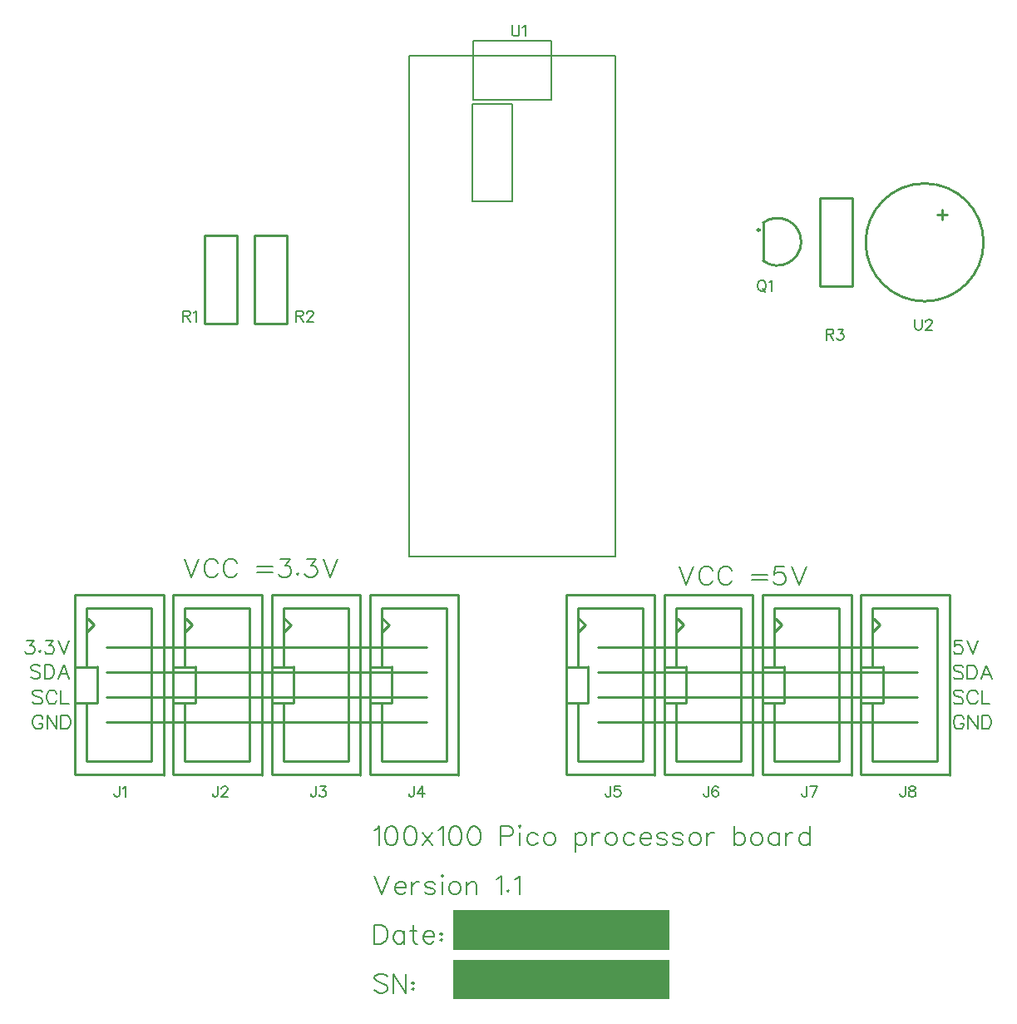
<source format=gto>
G04 Layer: TopSilkscreenLayer*
G04 EasyEDA v6.5.20, 2023-09-04 03:46:31*
G04 a67cddfb3fce44daa9051d46cbbcc19f,10*
G04 Gerber Generator version 0.2*
G04 Scale: 100 percent, Rotated: No, Reflected: No *
G04 Dimensions in millimeters *
G04 leading zeros omitted , absolute positions ,4 integer and 5 decimal *
%FSLAX45Y45*%
%MOMM*%

%ADD10C,0.2032*%
%ADD11C,0.1524*%
%ADD12C,0.2500*%
%ADD13C,0.2540*%
%ADD14C,0.1270*%
%ADD15C,0.0149*%

%LPD*%
D10*
X3729306Y527344D02*
G01*
X3710833Y545818D01*
X3683124Y555053D01*
X3646180Y555053D01*
X3618471Y545818D01*
X3599997Y527344D01*
X3599997Y508871D01*
X3609233Y490400D01*
X3618471Y481162D01*
X3636942Y471926D01*
X3692362Y453453D01*
X3710833Y444218D01*
X3720071Y434982D01*
X3729306Y416509D01*
X3729306Y388800D01*
X3710833Y370326D01*
X3683124Y361091D01*
X3646180Y361091D01*
X3618471Y370326D01*
X3599997Y388800D01*
X3790266Y555053D02*
G01*
X3790266Y361091D01*
X3790266Y555053D02*
G01*
X3919575Y361091D01*
X3919575Y555053D02*
G01*
X3919575Y361091D01*
X3989773Y471926D02*
G01*
X3980535Y462691D01*
X3989773Y453453D01*
X3999009Y462691D01*
X3989773Y471926D01*
X3989773Y407271D02*
G01*
X3980535Y398035D01*
X3989773Y388800D01*
X3999009Y398035D01*
X3989773Y407271D01*
X3599997Y1055052D02*
G01*
X3599997Y861090D01*
X3599997Y1055052D02*
G01*
X3664653Y1055052D01*
X3692362Y1045817D01*
X3710833Y1027343D01*
X3720071Y1008870D01*
X3729306Y981161D01*
X3729306Y934981D01*
X3720071Y907270D01*
X3710833Y888799D01*
X3692362Y870325D01*
X3664653Y861090D01*
X3599997Y861090D01*
X3901102Y990399D02*
G01*
X3901102Y861090D01*
X3901102Y962690D02*
G01*
X3882631Y981161D01*
X3864157Y990399D01*
X3836449Y990399D01*
X3817975Y981161D01*
X3799502Y962690D01*
X3790266Y934981D01*
X3790266Y916508D01*
X3799502Y888799D01*
X3817975Y870325D01*
X3836449Y861090D01*
X3864157Y861090D01*
X3882631Y870325D01*
X3901102Y888799D01*
X3989773Y1055052D02*
G01*
X3989773Y898034D01*
X3999009Y870325D01*
X4017482Y861090D01*
X4035953Y861090D01*
X3962062Y990399D02*
G01*
X4026717Y990399D01*
X4096913Y934981D02*
G01*
X4207751Y934981D01*
X4207751Y953452D01*
X4198513Y971925D01*
X4189277Y981161D01*
X4170804Y990399D01*
X4143095Y990399D01*
X4124622Y981161D01*
X4106151Y962690D01*
X4096913Y934981D01*
X4096913Y916508D01*
X4106151Y888799D01*
X4124622Y870325D01*
X4143095Y861090D01*
X4170804Y861090D01*
X4189277Y870325D01*
X4207751Y888799D01*
X4277946Y971925D02*
G01*
X4268711Y962690D01*
X4277946Y953452D01*
X4287182Y962690D01*
X4277946Y971925D01*
X4277946Y907270D02*
G01*
X4268711Y898034D01*
X4277946Y888799D01*
X4287182Y898034D01*
X4277946Y907270D01*
X3599941Y1554987D02*
G01*
X3673856Y1361186D01*
X3747770Y1554987D02*
G01*
X3673856Y1361186D01*
X3808729Y1434845D02*
G01*
X3919474Y1434845D01*
X3919474Y1453387D01*
X3910329Y1471929D01*
X3901186Y1481073D01*
X3882643Y1490471D01*
X3854958Y1490471D01*
X3836415Y1481073D01*
X3817874Y1462786D01*
X3808729Y1434845D01*
X3808729Y1416557D01*
X3817874Y1388871D01*
X3836415Y1370329D01*
X3854958Y1361186D01*
X3882643Y1361186D01*
X3901186Y1370329D01*
X3919474Y1388871D01*
X3980434Y1490471D02*
G01*
X3980434Y1361186D01*
X3980434Y1434845D02*
G01*
X3989831Y1462786D01*
X4008120Y1481073D01*
X4026661Y1490471D01*
X4054347Y1490471D01*
X4216908Y1462786D02*
G01*
X4207763Y1481073D01*
X4180077Y1490471D01*
X4152391Y1490471D01*
X4124706Y1481073D01*
X4115308Y1462786D01*
X4124706Y1444244D01*
X4142993Y1434845D01*
X4189222Y1425702D01*
X4207763Y1416557D01*
X4216908Y1398015D01*
X4216908Y1388871D01*
X4207763Y1370329D01*
X4180077Y1361186D01*
X4152391Y1361186D01*
X4124706Y1370329D01*
X4115308Y1388871D01*
X4277868Y1554987D02*
G01*
X4287265Y1545844D01*
X4296409Y1554987D01*
X4287265Y1564386D01*
X4277868Y1554987D01*
X4287265Y1490471D02*
G01*
X4287265Y1361186D01*
X4403597Y1490471D02*
G01*
X4385056Y1481073D01*
X4366513Y1462786D01*
X4357370Y1434845D01*
X4357370Y1416557D01*
X4366513Y1388871D01*
X4385056Y1370329D01*
X4403597Y1361186D01*
X4431284Y1361186D01*
X4449825Y1370329D01*
X4468113Y1388871D01*
X4477511Y1416557D01*
X4477511Y1434845D01*
X4468113Y1462786D01*
X4449825Y1481073D01*
X4431284Y1490471D01*
X4403597Y1490471D01*
X4538472Y1490471D02*
G01*
X4538472Y1361186D01*
X4538472Y1453387D02*
G01*
X4566158Y1481073D01*
X4584700Y1490471D01*
X4612386Y1490471D01*
X4630674Y1481073D01*
X4640072Y1453387D01*
X4640072Y1361186D01*
X4843272Y1518157D02*
G01*
X4861559Y1527302D01*
X4889500Y1554987D01*
X4889500Y1361186D01*
X4959604Y1407160D02*
G01*
X4950459Y1398015D01*
X4959604Y1388871D01*
X4968747Y1398015D01*
X4959604Y1407160D01*
X5029708Y1518157D02*
G01*
X5048250Y1527302D01*
X5075936Y1554987D01*
X5075936Y1361186D01*
X3599941Y2018029D02*
G01*
X3618484Y2027428D01*
X3646170Y2055113D01*
X3646170Y1861057D01*
X3762502Y2055113D02*
G01*
X3734815Y2045715D01*
X3716274Y2018029D01*
X3707129Y1971802D01*
X3707129Y1944115D01*
X3716274Y1898142D01*
X3734815Y1870202D01*
X3762502Y1861057D01*
X3781043Y1861057D01*
X3808729Y1870202D01*
X3827272Y1898142D01*
X3836415Y1944115D01*
X3836415Y1971802D01*
X3827272Y2018029D01*
X3808729Y2045715D01*
X3781043Y2055113D01*
X3762502Y2055113D01*
X3952747Y2055113D02*
G01*
X3925061Y2045715D01*
X3906774Y2018029D01*
X3897375Y1971802D01*
X3897375Y1944115D01*
X3906774Y1898142D01*
X3925061Y1870202D01*
X3952747Y1861057D01*
X3971290Y1861057D01*
X3998975Y1870202D01*
X4017518Y1898142D01*
X4026661Y1944115D01*
X4026661Y1971802D01*
X4017518Y2018029D01*
X3998975Y2045715D01*
X3971290Y2055113D01*
X3952747Y2055113D01*
X4087622Y1990344D02*
G01*
X4189222Y1861057D01*
X4189222Y1990344D02*
G01*
X4087622Y1861057D01*
X4250181Y2018029D02*
G01*
X4268724Y2027428D01*
X4296409Y2055113D01*
X4296409Y1861057D01*
X4412741Y2055113D02*
G01*
X4385056Y2045715D01*
X4366513Y2018029D01*
X4357370Y1971802D01*
X4357370Y1944115D01*
X4366513Y1898142D01*
X4385056Y1870202D01*
X4412741Y1861057D01*
X4431284Y1861057D01*
X4458970Y1870202D01*
X4477511Y1898142D01*
X4486656Y1944115D01*
X4486656Y1971802D01*
X4477511Y2018029D01*
X4458970Y2045715D01*
X4431284Y2055113D01*
X4412741Y2055113D01*
X4602988Y2055113D02*
G01*
X4575302Y2045715D01*
X4557013Y2018029D01*
X4547615Y1971802D01*
X4547615Y1944115D01*
X4557013Y1898142D01*
X4575302Y1870202D01*
X4602988Y1861057D01*
X4621529Y1861057D01*
X4649215Y1870202D01*
X4667758Y1898142D01*
X4676902Y1944115D01*
X4676902Y1971802D01*
X4667758Y2018029D01*
X4649215Y2045715D01*
X4621529Y2055113D01*
X4602988Y2055113D01*
X4880102Y2055113D02*
G01*
X4880102Y1861057D01*
X4880102Y2055113D02*
G01*
X4963413Y2055113D01*
X4991100Y2045715D01*
X5000243Y2036571D01*
X5009388Y2018029D01*
X5009388Y1990344D01*
X5000243Y1971802D01*
X4991100Y1962657D01*
X4963413Y1953513D01*
X4880102Y1953513D01*
X5070347Y2055113D02*
G01*
X5079745Y2045715D01*
X5088890Y2055113D01*
X5079745Y2064257D01*
X5070347Y2055113D01*
X5079745Y1990344D02*
G01*
X5079745Y1861057D01*
X5260593Y1962657D02*
G01*
X5242306Y1981200D01*
X5223763Y1990344D01*
X5196077Y1990344D01*
X5177536Y1981200D01*
X5158993Y1962657D01*
X5149850Y1934971D01*
X5149850Y1916429D01*
X5158993Y1888744D01*
X5177536Y1870202D01*
X5196077Y1861057D01*
X5223763Y1861057D01*
X5242306Y1870202D01*
X5260593Y1888744D01*
X5367781Y1990344D02*
G01*
X5349493Y1981200D01*
X5330952Y1962657D01*
X5321554Y1934971D01*
X5321554Y1916429D01*
X5330952Y1888744D01*
X5349493Y1870202D01*
X5367781Y1861057D01*
X5395468Y1861057D01*
X5414009Y1870202D01*
X5432552Y1888744D01*
X5441695Y1916429D01*
X5441695Y1934971D01*
X5432552Y1962657D01*
X5414009Y1981200D01*
X5395468Y1990344D01*
X5367781Y1990344D01*
X5644895Y1990344D02*
G01*
X5644895Y1796542D01*
X5644895Y1962657D02*
G01*
X5663438Y1981200D01*
X5681979Y1990344D01*
X5709665Y1990344D01*
X5727954Y1981200D01*
X5746495Y1962657D01*
X5755893Y1934971D01*
X5755893Y1916429D01*
X5746495Y1888744D01*
X5727954Y1870202D01*
X5709665Y1861057D01*
X5681979Y1861057D01*
X5663438Y1870202D01*
X5644895Y1888744D01*
X5816854Y1990344D02*
G01*
X5816854Y1861057D01*
X5816854Y1934971D02*
G01*
X5825997Y1962657D01*
X5844540Y1981200D01*
X5862827Y1990344D01*
X5890513Y1990344D01*
X5997702Y1990344D02*
G01*
X5979413Y1981200D01*
X5960872Y1962657D01*
X5951474Y1934971D01*
X5951474Y1916429D01*
X5960872Y1888744D01*
X5979413Y1870202D01*
X5997702Y1861057D01*
X6025388Y1861057D01*
X6043929Y1870202D01*
X6062472Y1888744D01*
X6071615Y1916429D01*
X6071615Y1934971D01*
X6062472Y1962657D01*
X6043929Y1981200D01*
X6025388Y1990344D01*
X5997702Y1990344D01*
X6243574Y1962657D02*
G01*
X6225031Y1981200D01*
X6206490Y1990344D01*
X6178804Y1990344D01*
X6160261Y1981200D01*
X6141974Y1962657D01*
X6132575Y1934971D01*
X6132575Y1916429D01*
X6141974Y1888744D01*
X6160261Y1870202D01*
X6178804Y1861057D01*
X6206490Y1861057D01*
X6225031Y1870202D01*
X6243574Y1888744D01*
X6304534Y1934971D02*
G01*
X6415277Y1934971D01*
X6415277Y1953513D01*
X6406134Y1971802D01*
X6396736Y1981200D01*
X6378193Y1990344D01*
X6350508Y1990344D01*
X6332220Y1981200D01*
X6313677Y1962657D01*
X6304534Y1934971D01*
X6304534Y1916429D01*
X6313677Y1888744D01*
X6332220Y1870202D01*
X6350508Y1861057D01*
X6378193Y1861057D01*
X6396736Y1870202D01*
X6415277Y1888744D01*
X6577838Y1962657D02*
G01*
X6568693Y1981200D01*
X6540754Y1990344D01*
X6513068Y1990344D01*
X6485381Y1981200D01*
X6476238Y1962657D01*
X6485381Y1944115D01*
X6503924Y1934971D01*
X6550152Y1925828D01*
X6568693Y1916429D01*
X6577838Y1898142D01*
X6577838Y1888744D01*
X6568693Y1870202D01*
X6540754Y1861057D01*
X6513068Y1861057D01*
X6485381Y1870202D01*
X6476238Y1888744D01*
X6740397Y1962657D02*
G01*
X6731254Y1981200D01*
X6703313Y1990344D01*
X6675627Y1990344D01*
X6647941Y1981200D01*
X6638797Y1962657D01*
X6647941Y1944115D01*
X6666484Y1934971D01*
X6712711Y1925828D01*
X6731254Y1916429D01*
X6740397Y1898142D01*
X6740397Y1888744D01*
X6731254Y1870202D01*
X6703313Y1861057D01*
X6675627Y1861057D01*
X6647941Y1870202D01*
X6638797Y1888744D01*
X6847586Y1990344D02*
G01*
X6829043Y1981200D01*
X6810502Y1962657D01*
X6801358Y1934971D01*
X6801358Y1916429D01*
X6810502Y1888744D01*
X6829043Y1870202D01*
X6847586Y1861057D01*
X6875272Y1861057D01*
X6893813Y1870202D01*
X6912102Y1888744D01*
X6921500Y1916429D01*
X6921500Y1934971D01*
X6912102Y1962657D01*
X6893813Y1981200D01*
X6875272Y1990344D01*
X6847586Y1990344D01*
X6982459Y1990344D02*
G01*
X6982459Y1861057D01*
X6982459Y1934971D02*
G01*
X6991604Y1962657D01*
X7010145Y1981200D01*
X7028434Y1990344D01*
X7056374Y1990344D01*
X7259574Y2055113D02*
G01*
X7259574Y1861057D01*
X7259574Y1962657D02*
G01*
X7277861Y1981200D01*
X7296404Y1990344D01*
X7324090Y1990344D01*
X7342631Y1981200D01*
X7361174Y1962657D01*
X7370318Y1934971D01*
X7370318Y1916429D01*
X7361174Y1888744D01*
X7342631Y1870202D01*
X7324090Y1861057D01*
X7296404Y1861057D01*
X7277861Y1870202D01*
X7259574Y1888744D01*
X7477506Y1990344D02*
G01*
X7458963Y1981200D01*
X7440422Y1962657D01*
X7431277Y1934971D01*
X7431277Y1916429D01*
X7440422Y1888744D01*
X7458963Y1870202D01*
X7477506Y1861057D01*
X7505191Y1861057D01*
X7523734Y1870202D01*
X7542022Y1888744D01*
X7551420Y1916429D01*
X7551420Y1934971D01*
X7542022Y1962657D01*
X7523734Y1981200D01*
X7505191Y1990344D01*
X7477506Y1990344D01*
X7723124Y1990344D02*
G01*
X7723124Y1861057D01*
X7723124Y1962657D02*
G01*
X7704581Y1981200D01*
X7686293Y1990344D01*
X7658354Y1990344D01*
X7640065Y1981200D01*
X7621524Y1962657D01*
X7612379Y1934971D01*
X7612379Y1916429D01*
X7621524Y1888744D01*
X7640065Y1870202D01*
X7658354Y1861057D01*
X7686293Y1861057D01*
X7704581Y1870202D01*
X7723124Y1888744D01*
X7784084Y1990344D02*
G01*
X7784084Y1861057D01*
X7784084Y1934971D02*
G01*
X7793227Y1962657D01*
X7811770Y1981200D01*
X7830311Y1990344D01*
X7857997Y1990344D01*
X8029702Y2055113D02*
G01*
X8029702Y1861057D01*
X8029702Y1962657D02*
G01*
X8011413Y1981200D01*
X7992872Y1990344D01*
X7965186Y1990344D01*
X7946643Y1981200D01*
X7928102Y1962657D01*
X7918958Y1934971D01*
X7918958Y1916429D01*
X7928102Y1888744D01*
X7946643Y1870202D01*
X7965186Y1861057D01*
X7992872Y1861057D01*
X8011413Y1870202D01*
X8029702Y1888744D01*
X56517Y3951376D02*
G01*
X131447Y3951376D01*
X90553Y3896766D01*
X110873Y3896766D01*
X124589Y3889908D01*
X131447Y3883050D01*
X138305Y3862730D01*
X138305Y3849014D01*
X131447Y3828694D01*
X117731Y3814978D01*
X97411Y3808120D01*
X76837Y3808120D01*
X56517Y3814978D01*
X49659Y3821836D01*
X42801Y3835552D01*
X190121Y3842156D02*
G01*
X183263Y3835552D01*
X190121Y3828694D01*
X196979Y3835552D01*
X190121Y3842156D01*
X255653Y3951376D02*
G01*
X330583Y3951376D01*
X289689Y3896766D01*
X310009Y3896766D01*
X323725Y3889908D01*
X330583Y3883050D01*
X337441Y3862730D01*
X337441Y3849014D01*
X330583Y3828694D01*
X316867Y3814978D01*
X296547Y3808120D01*
X275973Y3808120D01*
X255653Y3814978D01*
X248795Y3821836D01*
X241937Y3835552D01*
X382399Y3951376D02*
G01*
X437009Y3808120D01*
X491365Y3951376D02*
G01*
X437009Y3808120D01*
X195503Y3680810D02*
G01*
X181787Y3694526D01*
X161467Y3701384D01*
X134035Y3701384D01*
X113715Y3694526D01*
X99999Y3680810D01*
X99999Y3667348D01*
X106857Y3653632D01*
X113715Y3646774D01*
X127177Y3639916D01*
X168071Y3626454D01*
X181787Y3619596D01*
X188645Y3612738D01*
X195503Y3599022D01*
X195503Y3578702D01*
X181787Y3564986D01*
X161467Y3558128D01*
X134035Y3558128D01*
X113715Y3564986D01*
X99999Y3578702D01*
X240461Y3701384D02*
G01*
X240461Y3558128D01*
X240461Y3701384D02*
G01*
X288213Y3701384D01*
X308533Y3694526D01*
X322249Y3680810D01*
X329107Y3667348D01*
X335965Y3646774D01*
X335965Y3612738D01*
X329107Y3592164D01*
X322249Y3578702D01*
X308533Y3564986D01*
X288213Y3558128D01*
X240461Y3558128D01*
X435533Y3701384D02*
G01*
X380923Y3558128D01*
X435533Y3701384D02*
G01*
X489889Y3558128D01*
X401243Y3605880D02*
G01*
X469569Y3605880D01*
X214505Y3422810D02*
G01*
X200789Y3436526D01*
X180469Y3443384D01*
X153037Y3443384D01*
X132717Y3436526D01*
X119001Y3422810D01*
X119001Y3409348D01*
X125859Y3395632D01*
X132717Y3388774D01*
X146179Y3381916D01*
X187073Y3368454D01*
X200789Y3361596D01*
X207647Y3354738D01*
X214505Y3341022D01*
X214505Y3320702D01*
X200789Y3306986D01*
X180469Y3300128D01*
X153037Y3300128D01*
X132717Y3306986D01*
X119001Y3320702D01*
X361825Y3409348D02*
G01*
X354967Y3422810D01*
X341251Y3436526D01*
X327535Y3443384D01*
X300357Y3443384D01*
X286641Y3436526D01*
X273179Y3422810D01*
X266321Y3409348D01*
X259463Y3388774D01*
X259463Y3354738D01*
X266321Y3334164D01*
X273179Y3320702D01*
X286641Y3306986D01*
X300357Y3300128D01*
X327535Y3300128D01*
X341251Y3306986D01*
X354967Y3320702D01*
X361825Y3334164D01*
X406783Y3443384D02*
G01*
X406783Y3300128D01*
X406783Y3300128D02*
G01*
X488571Y3300128D01*
X221363Y3155348D02*
G01*
X214505Y3168810D01*
X200789Y3182526D01*
X187073Y3189384D01*
X159895Y3189384D01*
X146179Y3182526D01*
X132717Y3168810D01*
X125859Y3155348D01*
X119001Y3134774D01*
X119001Y3100738D01*
X125859Y3080164D01*
X132717Y3066702D01*
X146179Y3052986D01*
X159895Y3046128D01*
X187073Y3046128D01*
X200789Y3052986D01*
X214505Y3066702D01*
X221363Y3080164D01*
X221363Y3100738D01*
X187073Y3100738D02*
G01*
X221363Y3100738D01*
X266321Y3189384D02*
G01*
X266321Y3046128D01*
X266321Y3189384D02*
G01*
X361825Y3046128D01*
X361825Y3189384D02*
G01*
X361825Y3046128D01*
X406783Y3189384D02*
G01*
X406783Y3046128D01*
X406783Y3189384D02*
G01*
X454535Y3189384D01*
X474855Y3182526D01*
X488571Y3168810D01*
X495429Y3155348D01*
X502287Y3134774D01*
X502287Y3100738D01*
X495429Y3080164D01*
X488571Y3066702D01*
X474855Y3052986D01*
X454535Y3046128D01*
X406783Y3046128D01*
X9577788Y3951384D02*
G01*
X9509716Y3951384D01*
X9502858Y3889916D01*
X9509716Y3896774D01*
X9530036Y3903632D01*
X9550610Y3903632D01*
X9570930Y3896774D01*
X9584646Y3883058D01*
X9591504Y3862738D01*
X9591504Y3849022D01*
X9584646Y3828702D01*
X9570930Y3814986D01*
X9550610Y3808128D01*
X9530036Y3808128D01*
X9509716Y3814986D01*
X9502858Y3821844D01*
X9496000Y3835560D01*
X9636462Y3951384D02*
G01*
X9691072Y3808128D01*
X9745428Y3951384D02*
G01*
X9691072Y3808128D01*
X9591487Y3676815D02*
G01*
X9577771Y3690531D01*
X9557451Y3697389D01*
X9530019Y3697389D01*
X9509699Y3690531D01*
X9495983Y3676815D01*
X9495983Y3663350D01*
X9502841Y3649634D01*
X9509699Y3642776D01*
X9523161Y3635916D01*
X9564055Y3622456D01*
X9577771Y3615598D01*
X9584629Y3608740D01*
X9591487Y3595024D01*
X9591487Y3574707D01*
X9577771Y3560991D01*
X9557451Y3554133D01*
X9530019Y3554133D01*
X9509699Y3560991D01*
X9495983Y3574707D01*
X9636445Y3697389D02*
G01*
X9636445Y3554133D01*
X9636445Y3697389D02*
G01*
X9684197Y3697389D01*
X9704517Y3690531D01*
X9718233Y3676815D01*
X9725091Y3663350D01*
X9731949Y3642776D01*
X9731949Y3608740D01*
X9725091Y3588166D01*
X9718233Y3574707D01*
X9704517Y3560991D01*
X9684197Y3554133D01*
X9636445Y3554133D01*
X9831517Y3697389D02*
G01*
X9776907Y3554133D01*
X9831517Y3697389D02*
G01*
X9885873Y3554133D01*
X9797227Y3601882D02*
G01*
X9865553Y3601882D01*
X9591487Y3422815D02*
G01*
X9577771Y3436531D01*
X9557451Y3443389D01*
X9530019Y3443389D01*
X9509699Y3436531D01*
X9495983Y3422815D01*
X9495983Y3409350D01*
X9502841Y3395634D01*
X9509699Y3388776D01*
X9523161Y3381916D01*
X9564055Y3368456D01*
X9577771Y3361598D01*
X9584629Y3354740D01*
X9591487Y3341024D01*
X9591487Y3320707D01*
X9577771Y3306991D01*
X9557451Y3300133D01*
X9530019Y3300133D01*
X9509699Y3306991D01*
X9495983Y3320707D01*
X9738807Y3409350D02*
G01*
X9731949Y3422815D01*
X9718233Y3436531D01*
X9704517Y3443389D01*
X9677339Y3443389D01*
X9663623Y3436531D01*
X9650161Y3422815D01*
X9643303Y3409350D01*
X9636445Y3388776D01*
X9636445Y3354740D01*
X9643303Y3334166D01*
X9650161Y3320707D01*
X9663623Y3306991D01*
X9677339Y3300133D01*
X9704517Y3300133D01*
X9718233Y3306991D01*
X9731949Y3320707D01*
X9738807Y3334166D01*
X9783765Y3443389D02*
G01*
X9783765Y3300133D01*
X9783765Y3300133D02*
G01*
X9865553Y3300133D01*
X9598345Y3155348D02*
G01*
X9591487Y3168812D01*
X9577771Y3182528D01*
X9564055Y3189386D01*
X9536877Y3189386D01*
X9523161Y3182528D01*
X9509699Y3168812D01*
X9502841Y3155348D01*
X9495983Y3134774D01*
X9495983Y3100738D01*
X9502841Y3080164D01*
X9509699Y3066704D01*
X9523161Y3052988D01*
X9536877Y3046130D01*
X9564055Y3046130D01*
X9577771Y3052988D01*
X9591487Y3066704D01*
X9598345Y3080164D01*
X9598345Y3100738D01*
X9564055Y3100738D02*
G01*
X9598345Y3100738D01*
X9643303Y3189386D02*
G01*
X9643303Y3046130D01*
X9643303Y3189386D02*
G01*
X9738807Y3046130D01*
X9738807Y3189386D02*
G01*
X9738807Y3046130D01*
X9783765Y3189386D02*
G01*
X9783765Y3046130D01*
X9783765Y3189386D02*
G01*
X9831517Y3189386D01*
X9851837Y3182528D01*
X9865553Y3168812D01*
X9872411Y3155348D01*
X9879269Y3134774D01*
X9879269Y3100738D01*
X9872411Y3080164D01*
X9865553Y3066704D01*
X9851837Y3052988D01*
X9831517Y3046130D01*
X9783765Y3046130D01*
X1661459Y4780147D02*
G01*
X1734103Y4589393D01*
X1807001Y4780147D02*
G01*
X1734103Y4589393D01*
X2003343Y4734681D02*
G01*
X1994199Y4752969D01*
X1975911Y4771003D01*
X1957877Y4780147D01*
X1921555Y4780147D01*
X1903267Y4771003D01*
X1884979Y4752969D01*
X1876089Y4734681D01*
X1866945Y4707503D01*
X1866945Y4662037D01*
X1876089Y4634859D01*
X1884979Y4616571D01*
X1903267Y4598283D01*
X1921555Y4589393D01*
X1957877Y4589393D01*
X1975911Y4598283D01*
X1994199Y4616571D01*
X2003343Y4634859D01*
X2199685Y4734681D02*
G01*
X2190541Y4752969D01*
X2172253Y4771003D01*
X2154219Y4780147D01*
X2117897Y4780147D01*
X2099609Y4771003D01*
X2081575Y4752969D01*
X2072431Y4734681D01*
X2063287Y4707503D01*
X2063287Y4662037D01*
X2072431Y4634859D01*
X2081575Y4616571D01*
X2099609Y4598283D01*
X2117897Y4589393D01*
X2154219Y4589393D01*
X2172253Y4598283D01*
X2190541Y4616571D01*
X2199685Y4634859D01*
X2399583Y4698359D02*
G01*
X2563159Y4698359D01*
X2399583Y4643749D02*
G01*
X2563159Y4643749D01*
X2641391Y4780147D02*
G01*
X2741467Y4780147D01*
X2686857Y4707503D01*
X2714289Y4707503D01*
X2732323Y4698359D01*
X2741467Y4689215D01*
X2750611Y4662037D01*
X2750611Y4643749D01*
X2741467Y4616571D01*
X2723179Y4598283D01*
X2696001Y4589393D01*
X2668823Y4589393D01*
X2641391Y4598283D01*
X2632247Y4607427D01*
X2623357Y4625715D01*
X2819699Y4634859D02*
G01*
X2810555Y4625715D01*
X2819699Y4616571D01*
X2828843Y4625715D01*
X2819699Y4634859D01*
X2906821Y4780147D02*
G01*
X3006897Y4780147D01*
X2952287Y4707503D01*
X2979719Y4707503D01*
X2997753Y4698359D01*
X3006897Y4689215D01*
X3016041Y4662037D01*
X3016041Y4643749D01*
X3006897Y4616571D01*
X2988863Y4598283D01*
X2961431Y4589393D01*
X2934253Y4589393D01*
X2906821Y4598283D01*
X2897931Y4607427D01*
X2888787Y4625715D01*
X3075985Y4780147D02*
G01*
X3148629Y4589393D01*
X3221527Y4780147D02*
G01*
X3148629Y4589393D01*
X6699986Y4701920D02*
G01*
X6772630Y4510912D01*
X6845528Y4701920D02*
G01*
X6772630Y4510912D01*
X7041870Y4656454D02*
G01*
X7032726Y4674488D01*
X7014438Y4692777D01*
X6996404Y4701920D01*
X6960082Y4701920D01*
X6941794Y4692777D01*
X6923506Y4674488D01*
X6914616Y4656454D01*
X6905472Y4629022D01*
X6905472Y4583556D01*
X6914616Y4556379D01*
X6923506Y4538090D01*
X6941794Y4520056D01*
X6960082Y4510912D01*
X6996404Y4510912D01*
X7014438Y4520056D01*
X7032726Y4538090D01*
X7041870Y4556379D01*
X7238212Y4656454D02*
G01*
X7229068Y4674488D01*
X7210780Y4692777D01*
X7192746Y4701920D01*
X7156424Y4701920D01*
X7138136Y4692777D01*
X7120102Y4674488D01*
X7110958Y4656454D01*
X7101814Y4629022D01*
X7101814Y4583556D01*
X7110958Y4556379D01*
X7120102Y4538090D01*
X7138136Y4520056D01*
X7156424Y4510912D01*
X7192746Y4510912D01*
X7210780Y4520056D01*
X7229068Y4538090D01*
X7238212Y4556379D01*
X7438110Y4619879D02*
G01*
X7601686Y4619879D01*
X7438110Y4565522D02*
G01*
X7601686Y4565522D01*
X7770850Y4701920D02*
G01*
X7679918Y4701920D01*
X7670774Y4619879D01*
X7679918Y4629022D01*
X7707350Y4638167D01*
X7734528Y4638167D01*
X7761706Y4629022D01*
X7779994Y4610988D01*
X7789138Y4583556D01*
X7789138Y4565522D01*
X7779994Y4538090D01*
X7761706Y4520056D01*
X7734528Y4510912D01*
X7707350Y4510912D01*
X7679918Y4520056D01*
X7670774Y4529201D01*
X7661884Y4547235D01*
X7849082Y4701920D02*
G01*
X7921726Y4510912D01*
X7994624Y4701920D02*
G01*
X7921726Y4510912D01*
D11*
X8199983Y7115302D02*
G01*
X8199983Y7006336D01*
X8199983Y7115302D02*
G01*
X8246719Y7115302D01*
X8262213Y7110221D01*
X8267547Y7104887D01*
X8272627Y7094473D01*
X8272627Y7084060D01*
X8267547Y7073645D01*
X8262213Y7068565D01*
X8246719Y7063486D01*
X8199983Y7063486D01*
X8236305Y7063486D02*
G01*
X8272627Y7006336D01*
X8317331Y7115302D02*
G01*
X8374481Y7115302D01*
X8343493Y7073645D01*
X8358987Y7073645D01*
X8369401Y7068565D01*
X8374481Y7063486D01*
X8379815Y7047737D01*
X8379815Y7037323D01*
X8374481Y7021829D01*
X8364067Y7011415D01*
X8348573Y7006336D01*
X8333079Y7006336D01*
X8317331Y7011415D01*
X8312251Y7016495D01*
X8306917Y7026910D01*
X9099981Y7215301D02*
G01*
X9099981Y7137323D01*
X9105061Y7121829D01*
X9115475Y7111415D01*
X9131223Y7106335D01*
X9141637Y7106335D01*
X9157131Y7111415D01*
X9167545Y7121829D01*
X9172625Y7137323D01*
X9172625Y7215301D01*
X9212249Y7189393D02*
G01*
X9212249Y7194473D01*
X9217329Y7204887D01*
X9222663Y7210221D01*
X9233077Y7215301D01*
X9253651Y7215301D01*
X9264065Y7210221D01*
X9269399Y7204887D01*
X9274479Y7194473D01*
X9274479Y7184059D01*
X9269399Y7173645D01*
X9258985Y7158151D01*
X9206915Y7106335D01*
X9279813Y7106335D01*
X7531227Y7615301D02*
G01*
X7520813Y7610220D01*
X7510399Y7599806D01*
X7505065Y7589393D01*
X7499984Y7573645D01*
X7499984Y7547737D01*
X7505065Y7532243D01*
X7510399Y7521829D01*
X7520813Y7511414D01*
X7531227Y7506335D01*
X7552054Y7506335D01*
X7562215Y7511414D01*
X7572629Y7521829D01*
X7577963Y7532243D01*
X7583043Y7547737D01*
X7583043Y7573645D01*
X7577963Y7589393D01*
X7572629Y7599806D01*
X7562215Y7610220D01*
X7552054Y7615301D01*
X7531227Y7615301D01*
X7546720Y7526909D02*
G01*
X7577963Y7495920D01*
X7617333Y7594472D02*
G01*
X7627747Y7599806D01*
X7643495Y7615301D01*
X7643495Y7506335D01*
X1002029Y2465323D02*
G01*
X1002029Y2382265D01*
X996695Y2366518D01*
X991615Y2361437D01*
X981202Y2356104D01*
X970787Y2356104D01*
X960373Y2361437D01*
X955294Y2366518D01*
X949960Y2382265D01*
X949960Y2392679D01*
X1036320Y2444495D02*
G01*
X1046734Y2449829D01*
X1062228Y2465323D01*
X1062228Y2356104D01*
X2002027Y2465323D02*
G01*
X2002027Y2382265D01*
X1996693Y2366518D01*
X1991613Y2361437D01*
X1981200Y2356104D01*
X1970786Y2356104D01*
X1960372Y2361437D01*
X1955291Y2366518D01*
X1949958Y2382265D01*
X1949958Y2392679D01*
X2041397Y2439415D02*
G01*
X2041397Y2444495D01*
X2046731Y2454910D01*
X2051811Y2460244D01*
X2062225Y2465323D01*
X2083054Y2465323D01*
X2093468Y2460244D01*
X2098547Y2454910D01*
X2103881Y2444495D01*
X2103881Y2434081D01*
X2098547Y2423668D01*
X2088134Y2408173D01*
X2036318Y2356104D01*
X2108961Y2356104D01*
X3002025Y2465323D02*
G01*
X3002025Y2382265D01*
X2996691Y2366518D01*
X2991611Y2361437D01*
X2981197Y2356104D01*
X2970784Y2356104D01*
X2960370Y2361437D01*
X2955290Y2366518D01*
X2949956Y2382265D01*
X2949956Y2392679D01*
X3046729Y2465323D02*
G01*
X3103879Y2465323D01*
X3072638Y2423668D01*
X3088131Y2423668D01*
X3098545Y2418587D01*
X3103879Y2413254D01*
X3108959Y2397760D01*
X3108959Y2387345D01*
X3103879Y2371852D01*
X3093465Y2361437D01*
X3077718Y2356104D01*
X3062224Y2356104D01*
X3046729Y2361437D01*
X3041395Y2366518D01*
X3036315Y2376931D01*
X4002024Y2465323D02*
G01*
X4002024Y2382265D01*
X3996690Y2366518D01*
X3991609Y2361437D01*
X3981195Y2356104D01*
X3970781Y2356104D01*
X3960368Y2361437D01*
X3955288Y2366518D01*
X3949954Y2382265D01*
X3949954Y2392679D01*
X4088129Y2465323D02*
G01*
X4036313Y2392679D01*
X4114291Y2392679D01*
X4088129Y2465323D02*
G01*
X4088129Y2356104D01*
X6002020Y2465323D02*
G01*
X6002020Y2382265D01*
X5996686Y2366518D01*
X5991606Y2361437D01*
X5981191Y2356104D01*
X5970777Y2356104D01*
X5960363Y2361437D01*
X5955284Y2366518D01*
X5949950Y2382265D01*
X5949950Y2392679D01*
X6098540Y2465323D02*
G01*
X6046724Y2465323D01*
X6041390Y2418587D01*
X6046724Y2423668D01*
X6062218Y2429002D01*
X6077711Y2429002D01*
X6093459Y2423668D01*
X6103874Y2413254D01*
X6108954Y2397760D01*
X6108954Y2387345D01*
X6103874Y2371852D01*
X6093459Y2361437D01*
X6077711Y2356104D01*
X6062218Y2356104D01*
X6046724Y2361437D01*
X6041390Y2366518D01*
X6036309Y2376931D01*
X7002018Y2465323D02*
G01*
X7002018Y2382265D01*
X6996684Y2366518D01*
X6991604Y2361437D01*
X6981190Y2356104D01*
X6970775Y2356104D01*
X6960361Y2361437D01*
X6955281Y2366518D01*
X6949947Y2382265D01*
X6949947Y2392679D01*
X7098538Y2449829D02*
G01*
X7093458Y2460244D01*
X7077709Y2465323D01*
X7067295Y2465323D01*
X7051802Y2460244D01*
X7041388Y2444495D01*
X7036308Y2418587D01*
X7036308Y2392679D01*
X7041388Y2371852D01*
X7051802Y2361437D01*
X7067295Y2356104D01*
X7072629Y2356104D01*
X7088124Y2361437D01*
X7098538Y2371852D01*
X7103872Y2387345D01*
X7103872Y2392679D01*
X7098538Y2408173D01*
X7088124Y2418587D01*
X7072629Y2423668D01*
X7067295Y2423668D01*
X7051802Y2418587D01*
X7041388Y2408173D01*
X7036308Y2392679D01*
X8002015Y2465323D02*
G01*
X8002015Y2382265D01*
X7996681Y2366518D01*
X7991602Y2361437D01*
X7981188Y2356104D01*
X7970774Y2356104D01*
X7960359Y2361437D01*
X7955279Y2366518D01*
X7949945Y2382265D01*
X7949945Y2392679D01*
X8108950Y2465323D02*
G01*
X8057134Y2356104D01*
X8036306Y2465323D02*
G01*
X8108950Y2465323D01*
X9002013Y2465323D02*
G01*
X9002013Y2382265D01*
X8996679Y2366518D01*
X8991600Y2361437D01*
X8981186Y2356104D01*
X8970772Y2356104D01*
X8960358Y2361437D01*
X8955277Y2366518D01*
X8949943Y2382265D01*
X8949943Y2392679D01*
X9062211Y2465323D02*
G01*
X9046718Y2460244D01*
X9041384Y2449829D01*
X9041384Y2439415D01*
X9046718Y2429002D01*
X9057131Y2423668D01*
X9077706Y2418587D01*
X9093454Y2413254D01*
X9103868Y2403094D01*
X9108947Y2392679D01*
X9108947Y2376931D01*
X9103868Y2366518D01*
X9098534Y2361437D01*
X9083040Y2356104D01*
X9062211Y2356104D01*
X9046718Y2361437D01*
X9041384Y2366518D01*
X9036304Y2376931D01*
X9036304Y2392679D01*
X9041384Y2403094D01*
X9051797Y2413254D01*
X9067291Y2418587D01*
X9088120Y2423668D01*
X9098534Y2429002D01*
X9103868Y2439415D01*
X9103868Y2449829D01*
X9098534Y2460244D01*
X9083040Y2465323D01*
X9062211Y2465323D01*
X1649984Y7303262D02*
G01*
X1649984Y7194295D01*
X1649984Y7303262D02*
G01*
X1696720Y7303262D01*
X1712468Y7298181D01*
X1717547Y7292847D01*
X1722628Y7282434D01*
X1722628Y7272273D01*
X1717547Y7261860D01*
X1712468Y7256526D01*
X1696720Y7251445D01*
X1649984Y7251445D01*
X1686305Y7251445D02*
G01*
X1722628Y7194295D01*
X1756918Y7282434D02*
G01*
X1767331Y7287768D01*
X1783079Y7303262D01*
X1783079Y7194295D01*
X2800095Y7303262D02*
G01*
X2800095Y7194295D01*
X2800095Y7303262D02*
G01*
X2846831Y7303262D01*
X2862325Y7298181D01*
X2867659Y7292847D01*
X2872740Y7282434D01*
X2872740Y7272273D01*
X2867659Y7261860D01*
X2862325Y7256526D01*
X2846831Y7251445D01*
X2800095Y7251445D01*
X2836418Y7251445D02*
G01*
X2872740Y7194295D01*
X2912109Y7277354D02*
G01*
X2912109Y7282434D01*
X2917443Y7292847D01*
X2922524Y7298181D01*
X2932938Y7303262D01*
X2953765Y7303262D01*
X2964179Y7298181D01*
X2969259Y7292847D01*
X2974593Y7282434D01*
X2974593Y7272273D01*
X2969259Y7261860D01*
X2959100Y7246112D01*
X2907029Y7194295D01*
X2979674Y7194295D01*
X4999990Y10208501D02*
G01*
X4999990Y10130523D01*
X5005070Y10115029D01*
X5015484Y10104615D01*
X5031231Y10099535D01*
X5041645Y10099535D01*
X5057140Y10104615D01*
X5067554Y10115029D01*
X5072634Y10130523D01*
X5072634Y10208501D01*
X5106924Y10187673D02*
G01*
X5117338Y10193007D01*
X5133086Y10208501D01*
X5133086Y10099535D01*
G36*
X4399991Y1199997D02*
G01*
X4399991Y799998D01*
X6599986Y799998D01*
X6599986Y1199997D01*
G37*
G36*
X4399991Y700024D02*
G01*
X4399991Y300024D01*
X6599986Y300024D01*
X6599986Y700024D01*
G37*
D12*
X5872988Y3118893D02*
G01*
X9126981Y3118893D01*
X5872988Y3372893D02*
G01*
X9126981Y3372893D01*
X872997Y3118893D02*
G01*
X4126991Y3118893D01*
X5872993Y3880891D02*
G01*
X9126984Y3880891D01*
X872997Y3880891D02*
G01*
X4126991Y3880891D01*
X5872988Y3626993D02*
G01*
X9126981Y3626993D01*
X872997Y3372893D02*
G01*
X4126991Y3372893D01*
X872997Y3626993D02*
G01*
X4126991Y3626993D01*
D13*
X8465083Y7550404D02*
G01*
X8134883Y7550404D01*
X8134883Y7550404D02*
G01*
X8134883Y8449563D01*
X8134883Y8449563D02*
G01*
X8465083Y8449563D01*
X8465083Y8449563D02*
G01*
X8465083Y7550404D01*
X9377781Y8330184D02*
G01*
X9377781Y8228584D01*
X9428581Y8279384D02*
G01*
X9326981Y8279384D01*
X7554493Y8198027D02*
G01*
X7554493Y7813979D01*
X1452118Y4414012D02*
G01*
X1452118Y2579878D01*
X1450416Y2580386D02*
G01*
X550418Y2580386D01*
X1329334Y2717545D02*
G01*
X672337Y2717545D01*
X552119Y4416805D02*
G01*
X1452118Y4416805D01*
X672337Y4274565D02*
G01*
X1329334Y4274565D01*
X550418Y4414265D02*
G01*
X550418Y2580665D01*
X1330197Y4273702D02*
G01*
X1330197Y2719857D01*
X682497Y4170426D02*
G01*
X745997Y4106926D01*
X677418Y4038345D01*
X674878Y4038345D01*
X766318Y3680205D02*
G01*
X550418Y3680205D01*
X773937Y3682745D02*
G01*
X773937Y3314445D01*
X550418Y3314445D01*
X550418Y3233165D01*
X669797Y4277105D02*
G01*
X669797Y3682745D01*
X669797Y3311905D02*
G01*
X669797Y2717545D01*
X2452115Y4414012D02*
G01*
X2452115Y2579878D01*
X2450414Y2580386D02*
G01*
X1550415Y2580386D01*
X2329332Y2717545D02*
G01*
X1672336Y2717545D01*
X1552117Y4416805D02*
G01*
X2452115Y4416805D01*
X1672336Y4274565D02*
G01*
X2329332Y4274565D01*
X1550415Y4414265D02*
G01*
X1550415Y2580665D01*
X2330195Y4273702D02*
G01*
X2330195Y2719857D01*
X1682495Y4170426D02*
G01*
X1745995Y4106926D01*
X1677415Y4038345D01*
X1674876Y4038345D01*
X1766315Y3680205D02*
G01*
X1550415Y3680205D01*
X1773936Y3682745D02*
G01*
X1773936Y3314445D01*
X1550415Y3314445D01*
X1550415Y3233165D01*
X1669795Y4277105D02*
G01*
X1669795Y3682745D01*
X1669795Y3311905D02*
G01*
X1669795Y2717545D01*
X3452113Y4414012D02*
G01*
X3452113Y2579878D01*
X3450412Y2580386D02*
G01*
X2550413Y2580386D01*
X3329330Y2717545D02*
G01*
X2672334Y2717545D01*
X2552115Y4416805D02*
G01*
X3452113Y4416805D01*
X2672334Y4274565D02*
G01*
X3329330Y4274565D01*
X2550413Y4414265D02*
G01*
X2550413Y2580665D01*
X3330193Y4273702D02*
G01*
X3330193Y2719857D01*
X2682493Y4170426D02*
G01*
X2745993Y4106926D01*
X2677413Y4038345D01*
X2674874Y4038345D01*
X2766313Y3680205D02*
G01*
X2550413Y3680205D01*
X2773934Y3682745D02*
G01*
X2773934Y3314445D01*
X2550413Y3314445D01*
X2550413Y3233165D01*
X2669793Y4277105D02*
G01*
X2669793Y3682745D01*
X2669793Y3311905D02*
G01*
X2669793Y2717545D01*
X4452111Y4414012D02*
G01*
X4452111Y2579878D01*
X4450410Y2580386D02*
G01*
X3550411Y2580386D01*
X4329328Y2717545D02*
G01*
X3672331Y2717545D01*
X3552113Y4416805D02*
G01*
X4452111Y4416805D01*
X3672331Y4274565D02*
G01*
X4329328Y4274565D01*
X3550411Y4414265D02*
G01*
X3550411Y2580665D01*
X4330191Y4273702D02*
G01*
X4330191Y2719857D01*
X3682491Y4170426D02*
G01*
X3745991Y4106926D01*
X3677411Y4038345D01*
X3674872Y4038345D01*
X3766311Y3680205D02*
G01*
X3550411Y3680205D01*
X3773931Y3682745D02*
G01*
X3773931Y3314445D01*
X3550411Y3314445D01*
X3550411Y3233165D01*
X3669791Y4277105D02*
G01*
X3669791Y3682745D01*
X3669791Y3311905D02*
G01*
X3669791Y2717545D01*
X6452108Y4414012D02*
G01*
X6452108Y2579878D01*
X6450406Y2580386D02*
G01*
X5550408Y2580386D01*
X6329324Y2717545D02*
G01*
X5672327Y2717545D01*
X5552109Y4416805D02*
G01*
X6452108Y4416805D01*
X5672327Y4274565D02*
G01*
X6329324Y4274565D01*
X5550408Y4414265D02*
G01*
X5550408Y2580665D01*
X6330188Y4273702D02*
G01*
X6330188Y2719857D01*
X5682488Y4170426D02*
G01*
X5745988Y4106926D01*
X5677408Y4038345D01*
X5674868Y4038345D01*
X5766308Y3680205D02*
G01*
X5550408Y3680205D01*
X5773927Y3682745D02*
G01*
X5773927Y3314445D01*
X5550408Y3314445D01*
X5550408Y3233165D01*
X5669788Y4277105D02*
G01*
X5669788Y3682745D01*
X5669788Y3311905D02*
G01*
X5669788Y2717545D01*
X7452106Y4414012D02*
G01*
X7452106Y2579878D01*
X7450404Y2580386D02*
G01*
X6550406Y2580386D01*
X7329322Y2717545D02*
G01*
X6672325Y2717545D01*
X6552107Y4416805D02*
G01*
X7452106Y4416805D01*
X6672325Y4274565D02*
G01*
X7329322Y4274565D01*
X6550406Y4414265D02*
G01*
X6550406Y2580665D01*
X7330186Y4273702D02*
G01*
X7330186Y2719857D01*
X6682486Y4170426D02*
G01*
X6745986Y4106926D01*
X6677406Y4038345D01*
X6674865Y4038345D01*
X6766306Y3680205D02*
G01*
X6550406Y3680205D01*
X6773925Y3682745D02*
G01*
X6773925Y3314445D01*
X6550406Y3314445D01*
X6550406Y3233165D01*
X6669786Y4277105D02*
G01*
X6669786Y3682745D01*
X6669786Y3311905D02*
G01*
X6669786Y2717545D01*
X8452104Y4414012D02*
G01*
X8452104Y2579878D01*
X8450402Y2580386D02*
G01*
X7550404Y2580386D01*
X8329320Y2717545D02*
G01*
X7672324Y2717545D01*
X7552105Y4416805D02*
G01*
X8452104Y4416805D01*
X7672324Y4274565D02*
G01*
X8329320Y4274565D01*
X7550404Y4414265D02*
G01*
X7550404Y2580665D01*
X8330184Y4273702D02*
G01*
X8330184Y2719857D01*
X7682484Y4170426D02*
G01*
X7745984Y4106926D01*
X7677404Y4038345D01*
X7674863Y4038345D01*
X7766304Y3680205D02*
G01*
X7550404Y3680205D01*
X7773924Y3682745D02*
G01*
X7773924Y3314445D01*
X7550404Y3314445D01*
X7550404Y3233165D01*
X7669784Y4277105D02*
G01*
X7669784Y3682745D01*
X7669784Y3311905D02*
G01*
X7669784Y2717545D01*
X9452102Y4414012D02*
G01*
X9452102Y2579878D01*
X9450400Y2580386D02*
G01*
X8550402Y2580386D01*
X9329318Y2717545D02*
G01*
X8672322Y2717545D01*
X8552103Y4416805D02*
G01*
X9452102Y4416805D01*
X8672322Y4274565D02*
G01*
X9329318Y4274565D01*
X8550402Y4414265D02*
G01*
X8550402Y2580665D01*
X9330181Y4273702D02*
G01*
X9330181Y2719857D01*
X8682481Y4170426D02*
G01*
X8745981Y4106926D01*
X8677402Y4038345D01*
X8674861Y4038345D01*
X8766302Y3680205D02*
G01*
X8550402Y3680205D01*
X8773922Y3682745D02*
G01*
X8773922Y3314445D01*
X8550402Y3314445D01*
X8550402Y3233165D01*
X8669781Y4277105D02*
G01*
X8669781Y3682745D01*
X8669781Y3311905D02*
G01*
X8669781Y2717545D01*
X1866900Y8069579D02*
G01*
X2197100Y8069579D01*
X2197100Y8069579D02*
G01*
X2197100Y7170420D01*
X2197100Y7170420D02*
G01*
X1866900Y7170420D01*
X1866900Y7170420D02*
G01*
X1866900Y8069579D01*
X2374900Y8069579D02*
G01*
X2705100Y8069579D01*
X2705100Y8069579D02*
G01*
X2705100Y7170420D01*
X2705100Y7170420D02*
G01*
X2374900Y7170420D01*
X2374900Y7170420D02*
G01*
X2374900Y8069579D01*
D14*
X5399989Y9899967D02*
G01*
X5399989Y9449981D01*
X4599990Y9449981D01*
X4599990Y9899967D01*
X4599990Y10049979D01*
X5399989Y10049979D01*
X5399989Y9899967D01*
X3949979Y9899967D02*
G01*
X4599990Y9899967D01*
X5399989Y9899967D01*
X6050000Y9899967D01*
X6050000Y4799977D01*
X3949979Y4799977D01*
X3949979Y9899967D01*
X4593590Y9407385D02*
G01*
X4999990Y9407385D01*
X4999990Y8416785D01*
X4593590Y8416785D01*
X4593590Y9407385D01*
D13*
G75*
G01*
X7555509Y7812964D02*
G03*
X7555509Y8199044I145630J193040D01*
G75*
G01
X9799930Y7999984D02*
G03X9799930Y7999984I-599948J0D01*
G75*
G01
X7522185Y8126984D02*
G03X7522185Y8126984I-12700J0D01*
M02*

</source>
